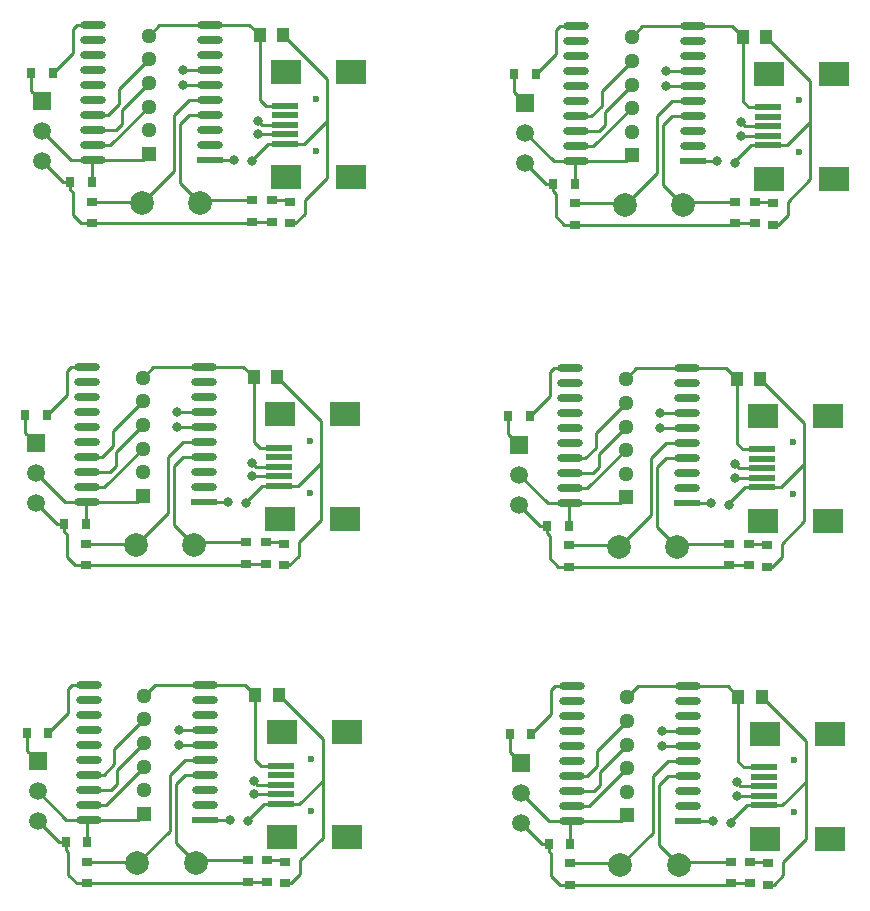
<source format=gtl>
G04 Layer_Physical_Order=1*
G04 Layer_Color=255*
%FSTAX24Y24*%
%MOIN*%
G70*
G01*
G75*
%ADD10R,0.0984X0.0787*%
%ADD11R,0.0906X0.0197*%
%ADD12R,0.0315X0.0374*%
%ADD13R,0.0374X0.0315*%
%ADD14R,0.0394X0.0512*%
%ADD15O,0.0866X0.0236*%
%ADD16R,0.0866X0.0236*%
%ADD17C,0.0100*%
%ADD18C,0.0236*%
%ADD19C,0.0591*%
%ADD20R,0.0591X0.0591*%
%ADD21C,0.0787*%
%ADD22C,0.0512*%
%ADD23R,0.0512X0.0512*%
%ADD24C,0.0320*%
D10*
X031243Y045572D02*
D03*
Y042068D02*
D03*
X033409D02*
D03*
Y045572D02*
D03*
X047343Y045522D02*
D03*
Y042018D02*
D03*
X049509D02*
D03*
Y045522D02*
D03*
X031293Y034972D02*
D03*
Y031468D02*
D03*
X033459D02*
D03*
Y034972D02*
D03*
X047393Y034922D02*
D03*
Y031418D02*
D03*
X049559D02*
D03*
Y034922D02*
D03*
X047543Y056922D02*
D03*
Y053418D02*
D03*
X049709D02*
D03*
Y056922D02*
D03*
X031443Y056972D02*
D03*
Y053468D02*
D03*
X033609D02*
D03*
Y056972D02*
D03*
D11*
X031204Y04445D02*
D03*
Y044135D02*
D03*
Y04382D02*
D03*
Y043505D02*
D03*
Y04319D02*
D03*
X047304Y0444D02*
D03*
Y044085D02*
D03*
Y04377D02*
D03*
Y043455D02*
D03*
Y04314D02*
D03*
X031254Y03385D02*
D03*
Y033535D02*
D03*
Y03322D02*
D03*
Y032905D02*
D03*
Y03259D02*
D03*
X047354Y0338D02*
D03*
Y033485D02*
D03*
Y03317D02*
D03*
Y032855D02*
D03*
Y03254D02*
D03*
X047504Y0558D02*
D03*
Y055485D02*
D03*
Y05517D02*
D03*
Y054855D02*
D03*
Y05454D02*
D03*
X031404Y05585D02*
D03*
Y055535D02*
D03*
Y05522D02*
D03*
Y054905D02*
D03*
Y05459D02*
D03*
D12*
X024754Y0419D02*
D03*
X024046D02*
D03*
X022746Y04555D02*
D03*
X023454D02*
D03*
X040854Y04185D02*
D03*
X040146D02*
D03*
X038846Y0455D02*
D03*
X039554D02*
D03*
X024804Y0313D02*
D03*
X024096D02*
D03*
X022796Y03495D02*
D03*
X023504D02*
D03*
X040904Y03125D02*
D03*
X040196D02*
D03*
X038896Y0349D02*
D03*
X039604D02*
D03*
X039046Y0569D02*
D03*
X039754D02*
D03*
X041054Y05325D02*
D03*
X040346D02*
D03*
X022946Y05695D02*
D03*
X023654D02*
D03*
X024954Y0533D02*
D03*
X024246D02*
D03*
D13*
X0301Y041304D02*
D03*
Y040596D02*
D03*
X03075Y041304D02*
D03*
Y040596D02*
D03*
X03135Y041254D02*
D03*
Y040546D02*
D03*
X02475Y041254D02*
D03*
Y040546D02*
D03*
X0462Y041254D02*
D03*
Y040546D02*
D03*
X04685Y041254D02*
D03*
Y040546D02*
D03*
X04745Y041204D02*
D03*
Y040496D02*
D03*
X04085Y041204D02*
D03*
Y040496D02*
D03*
X03015Y030704D02*
D03*
Y029996D02*
D03*
X0308Y030704D02*
D03*
Y029996D02*
D03*
X0314Y030654D02*
D03*
Y029946D02*
D03*
X0248Y030654D02*
D03*
Y029946D02*
D03*
X04625Y030654D02*
D03*
Y029946D02*
D03*
X0469Y030654D02*
D03*
Y029946D02*
D03*
X0475Y030604D02*
D03*
Y029896D02*
D03*
X0409Y030604D02*
D03*
Y029896D02*
D03*
X04105Y052604D02*
D03*
Y051896D02*
D03*
X04765Y052604D02*
D03*
Y051896D02*
D03*
X04705Y052654D02*
D03*
Y051946D02*
D03*
X0464Y052654D02*
D03*
Y051946D02*
D03*
X02495Y052654D02*
D03*
Y051946D02*
D03*
X03155Y052654D02*
D03*
Y051946D02*
D03*
X03095Y052704D02*
D03*
Y051996D02*
D03*
X0303Y052704D02*
D03*
Y051996D02*
D03*
D14*
X031144Y0468D02*
D03*
X030356D02*
D03*
X047244Y04675D02*
D03*
X046456D02*
D03*
X031194Y0362D02*
D03*
X030406D02*
D03*
X047294Y03615D02*
D03*
X046506D02*
D03*
X047444Y05815D02*
D03*
X046656D02*
D03*
X031344Y0582D02*
D03*
X030556D02*
D03*
D15*
X028695Y04715D02*
D03*
X024805D02*
D03*
Y04665D02*
D03*
X028695D02*
D03*
Y04315D02*
D03*
Y04365D02*
D03*
Y04415D02*
D03*
Y04465D02*
D03*
Y04515D02*
D03*
Y04565D02*
D03*
X024805Y04315D02*
D03*
Y04365D02*
D03*
Y04415D02*
D03*
Y04465D02*
D03*
Y04515D02*
D03*
Y04565D02*
D03*
Y04615D02*
D03*
Y04265D02*
D03*
X028695Y04615D02*
D03*
X044795Y0471D02*
D03*
X040905D02*
D03*
Y0466D02*
D03*
X044795D02*
D03*
Y0431D02*
D03*
Y0436D02*
D03*
Y0441D02*
D03*
Y0446D02*
D03*
Y0451D02*
D03*
Y0456D02*
D03*
X040905Y0431D02*
D03*
Y0436D02*
D03*
Y0441D02*
D03*
Y0446D02*
D03*
Y0451D02*
D03*
Y0456D02*
D03*
Y0461D02*
D03*
Y0426D02*
D03*
X044795Y0461D02*
D03*
X028745Y03655D02*
D03*
X024855D02*
D03*
Y03605D02*
D03*
X028745D02*
D03*
Y03255D02*
D03*
Y03305D02*
D03*
Y03355D02*
D03*
Y03405D02*
D03*
Y03455D02*
D03*
Y03505D02*
D03*
X024855Y03255D02*
D03*
Y03305D02*
D03*
Y03355D02*
D03*
Y03405D02*
D03*
Y03455D02*
D03*
Y03505D02*
D03*
Y03555D02*
D03*
Y03205D02*
D03*
X028745Y03555D02*
D03*
X044845Y0365D02*
D03*
X040955D02*
D03*
Y036D02*
D03*
X044845D02*
D03*
Y0325D02*
D03*
Y033D02*
D03*
Y0335D02*
D03*
Y034D02*
D03*
Y0345D02*
D03*
Y035D02*
D03*
X040955Y0325D02*
D03*
Y033D02*
D03*
Y0335D02*
D03*
Y034D02*
D03*
Y0345D02*
D03*
Y035D02*
D03*
Y0355D02*
D03*
Y032D02*
D03*
X044845Y0355D02*
D03*
X044995Y0585D02*
D03*
X041105D02*
D03*
Y058D02*
D03*
X044995D02*
D03*
Y0545D02*
D03*
Y055D02*
D03*
Y0555D02*
D03*
Y056D02*
D03*
Y0565D02*
D03*
Y057D02*
D03*
X041105Y0545D02*
D03*
Y055D02*
D03*
Y0555D02*
D03*
Y056D02*
D03*
Y0565D02*
D03*
Y057D02*
D03*
Y0575D02*
D03*
Y054D02*
D03*
X044995Y0575D02*
D03*
X028895Y05855D02*
D03*
X025005D02*
D03*
Y05805D02*
D03*
X028895D02*
D03*
Y05455D02*
D03*
Y05505D02*
D03*
Y05555D02*
D03*
Y05605D02*
D03*
Y05655D02*
D03*
Y05705D02*
D03*
X025005Y05455D02*
D03*
Y05505D02*
D03*
Y05555D02*
D03*
Y05605D02*
D03*
Y05655D02*
D03*
Y05705D02*
D03*
Y05755D02*
D03*
Y05405D02*
D03*
X028895Y05755D02*
D03*
D16*
X028695Y04265D02*
D03*
X044795Y0426D02*
D03*
X028745Y03205D02*
D03*
X044845Y032D02*
D03*
X044995Y054D02*
D03*
X028895Y05405D02*
D03*
D17*
X028Y04465D02*
X028695D01*
X028Y04415D02*
X028695D01*
X0277Y04385D02*
X028Y04415D01*
X0277Y041875D02*
Y04385D01*
Y041875D02*
X028375Y0412D01*
X0275Y04415D02*
X028Y04465D01*
X0275Y042275D02*
Y04415D01*
X026425Y0412D02*
X0275Y042275D01*
X0231Y0426D02*
X0238Y0419D01*
X024046D01*
X024754D02*
Y042599D01*
X02405Y04265D02*
X024805D01*
X0231Y0436D02*
X02405Y04265D01*
X024805D02*
X02645D01*
X02665Y04285D01*
X024805Y04315D02*
X025375D01*
X02665Y044425D01*
X02575Y044312D02*
X02665Y045212D01*
X02575Y04385D02*
Y044312D01*
X02555Y04365D02*
X02575Y04385D01*
X024805Y04365D02*
X02555D01*
X024805Y04415D02*
X0253D01*
X02565Y0445D01*
Y045D01*
X02665Y046D01*
X022746Y044954D02*
Y04555D01*
Y044954D02*
X0231Y0446D01*
X02425Y04715D02*
X024805D01*
X02412Y04702D02*
X02425Y04715D01*
X023454Y04555D02*
X02412Y046216D01*
Y04702D01*
X027013Y04715D02*
X028695D01*
X02665Y046787D02*
X027013Y04715D01*
X0301Y040596D02*
X03075D01*
X02475Y041254D02*
X026371D01*
X026425Y0412D01*
X024046Y04165D02*
X02412Y041575D01*
Y04083D02*
X024404Y040546D01*
X02475D01*
X024046Y04165D02*
Y0419D01*
X02412Y04083D02*
Y041575D01*
X02475Y040546D02*
X03005D01*
X0301Y040596D01*
X02848Y041304D02*
X0301D01*
X028375Y0412D02*
X02848Y041304D01*
X03075Y041304D02*
X0313D01*
X03135Y041254D01*
Y040546D02*
X031546D01*
X03185Y04085D01*
Y0413D01*
X0278Y04515D02*
X028695D01*
X0278Y04565D02*
X028695D01*
X03043Y04382D02*
X031204D01*
X0303Y04395D02*
X03043Y04382D01*
X030305Y043505D02*
X031204D01*
X0303Y0435D02*
X030305Y043505D01*
X028695Y04265D02*
X0295D01*
X03064Y04319D02*
X031204D01*
X030006Y04715D02*
X030356Y0468D01*
X028695Y04715D02*
X030006D01*
X03055Y04445D02*
X031204D01*
X030356Y044644D02*
X03055Y04445D01*
X030356Y044644D02*
Y0468D01*
X031826Y04319D02*
X0326Y043965D01*
X031204Y04319D02*
X031826D01*
X031144Y0468D02*
X0326Y045344D01*
Y043965D02*
Y045344D01*
Y04205D02*
Y043965D01*
X03185Y0413D02*
X0326Y04205D01*
X0301Y04265D02*
X03064Y04319D01*
X0301Y0426D02*
Y04265D01*
X0441Y0446D02*
X044795D01*
X0441Y0441D02*
X044795D01*
X0438Y0438D02*
X0441Y0441D01*
X0438Y041825D02*
Y0438D01*
Y041825D02*
X044475Y04115D01*
X0436Y0441D02*
X0441Y0446D01*
X0436Y042225D02*
Y0441D01*
X042525Y04115D02*
X0436Y042225D01*
X0392Y04255D02*
X0399Y04185D01*
X040146D01*
X040854D02*
Y042549D01*
X04015Y0426D02*
X040905D01*
X0392Y04355D02*
X04015Y0426D01*
X040905D02*
X04255D01*
X04275Y0428D01*
X040905Y0431D02*
X041475D01*
X04275Y044375D01*
X04185Y044262D02*
X04275Y045162D01*
X04185Y0438D02*
Y044262D01*
X04165Y0436D02*
X04185Y0438D01*
X040905Y0436D02*
X04165D01*
X040905Y0441D02*
X0414D01*
X04175Y04445D01*
Y04495D01*
X04275Y04595D01*
X038846Y044904D02*
Y0455D01*
Y044904D02*
X0392Y04455D01*
X04035Y0471D02*
X040905D01*
X04022Y04697D02*
X04035Y0471D01*
X039554Y0455D02*
X04022Y046166D01*
Y04697D01*
X043113Y0471D02*
X044795D01*
X04275Y046737D02*
X043113Y0471D01*
X0462Y040546D02*
X04685D01*
X04085Y041204D02*
X042471D01*
X042525Y04115D01*
X040146Y0416D02*
X04022Y041525D01*
Y04078D02*
X040504Y040496D01*
X04085D01*
X040146Y0416D02*
Y04185D01*
X04022Y04078D02*
Y041525D01*
X04085Y040496D02*
X04615D01*
X0462Y040546D01*
X04458Y041254D02*
X0462D01*
X044475Y04115D02*
X04458Y041254D01*
X04685Y041254D02*
X0474D01*
X04745Y041204D01*
Y040496D02*
X047646D01*
X04795Y0408D01*
Y04125D01*
X0439Y0451D02*
X044795D01*
X0439Y0456D02*
X044795D01*
X04653Y04377D02*
X047304D01*
X0464Y0439D02*
X04653Y04377D01*
X046405Y043455D02*
X047304D01*
X0464Y04345D02*
X046405Y043455D01*
X044795Y0426D02*
X0456D01*
X04674Y04314D02*
X047304D01*
X046106Y0471D02*
X046456Y04675D01*
X044795Y0471D02*
X046106D01*
X04665Y0444D02*
X047304D01*
X046456Y044594D02*
X04665Y0444D01*
X046456Y044594D02*
Y04675D01*
X047926Y04314D02*
X0487Y043914D01*
X047304Y04314D02*
X047926D01*
X047244Y04675D02*
X0487Y045294D01*
Y043914D02*
Y045294D01*
Y042D02*
Y043914D01*
X04795Y04125D02*
X0487Y042D01*
X0462Y0426D02*
X04674Y04314D01*
X0462Y04255D02*
Y0426D01*
X02805Y03405D02*
X028745D01*
X02805Y03355D02*
X028745D01*
X02775Y03325D02*
X02805Y03355D01*
X02775Y031275D02*
Y03325D01*
Y031275D02*
X028425Y0306D01*
X02755Y03355D02*
X02805Y03405D01*
X02755Y031675D02*
Y03355D01*
X026475Y0306D02*
X02755Y031675D01*
X02315Y032D02*
X02385Y0313D01*
X024096D01*
X024804D02*
Y031999D01*
X0241Y03205D02*
X024855D01*
X02315Y033D02*
X0241Y03205D01*
X024855D02*
X0265D01*
X0267Y03225D01*
X024855Y03255D02*
X025425D01*
X0267Y033825D01*
X0258Y033712D02*
X0267Y034612D01*
X0258Y03325D02*
Y033712D01*
X0256Y03305D02*
X0258Y03325D01*
X024855Y03305D02*
X0256D01*
X024855Y03355D02*
X02535D01*
X0257Y0339D01*
Y0344D01*
X0267Y0354D01*
X022796Y034354D02*
Y03495D01*
Y034354D02*
X02315Y034D01*
X0243Y03655D02*
X024855D01*
X02417Y03642D02*
X0243Y03655D01*
X023504Y03495D02*
X02417Y035616D01*
Y03642D01*
X027063Y03655D02*
X028745D01*
X0267Y036187D02*
X027063Y03655D01*
X03015Y029996D02*
X0308D01*
X0248Y030654D02*
X026421D01*
X026475Y0306D01*
X024096Y03105D02*
X02417Y030975D01*
Y03023D02*
X024454Y029946D01*
X0248D01*
X024096Y03105D02*
Y0313D01*
X02417Y03023D02*
Y030975D01*
X0248Y029946D02*
X0301D01*
X03015Y029996D01*
X02853Y030704D02*
X03015D01*
X028425Y0306D02*
X02853Y030704D01*
X0308Y030704D02*
X03135D01*
X0314Y030654D01*
Y029946D02*
X031596D01*
X0319Y03025D01*
Y0307D01*
X02785Y03455D02*
X028745D01*
X02785Y03505D02*
X028745D01*
X03048Y03322D02*
X031254D01*
X03035Y03335D02*
X03048Y03322D01*
X030355Y032905D02*
X031254D01*
X03035Y0329D02*
X030355Y032905D01*
X028745Y03205D02*
X02955D01*
X03069Y03259D02*
X031254D01*
X030056Y03655D02*
X030406Y0362D01*
X028745Y03655D02*
X030056D01*
X0306Y03385D02*
X031254D01*
X030406Y034044D02*
X0306Y03385D01*
X030406Y034044D02*
Y0362D01*
X031876Y03259D02*
X03265Y033365D01*
X031254Y03259D02*
X031876D01*
X031194Y0362D02*
X03265Y034744D01*
Y033365D02*
Y034744D01*
Y03145D02*
Y033365D01*
X0319Y0307D02*
X03265Y03145D01*
X03015Y03205D02*
X03069Y03259D01*
X03015Y032D02*
Y03205D01*
X04415Y034D02*
X044845D01*
X04415Y0335D02*
X044845D01*
X04385Y0332D02*
X04415Y0335D01*
X04385Y031225D02*
Y0332D01*
Y031225D02*
X044525Y03055D01*
X04365Y0335D02*
X04415Y034D01*
X04365Y031625D02*
Y0335D01*
X042575Y03055D02*
X04365Y031625D01*
X03925Y03195D02*
X03995Y03125D01*
X040196D01*
X040904D02*
Y031949D01*
X0402Y032D02*
X040955D01*
X03925Y03295D02*
X0402Y032D01*
X040955D02*
X0426D01*
X0428Y0322D01*
X040955Y0325D02*
X041525D01*
X0428Y033775D01*
X0419Y033662D02*
X0428Y034562D01*
X0419Y0332D02*
Y033662D01*
X0417Y033D02*
X0419Y0332D01*
X040955Y033D02*
X0417D01*
X040955Y0335D02*
X04145D01*
X0418Y03385D01*
Y03435D01*
X0428Y03535D01*
X038896Y034304D02*
Y0349D01*
Y034304D02*
X03925Y03395D01*
X0404Y0365D02*
X040955D01*
X04027Y03637D02*
X0404Y0365D01*
X039604Y0349D02*
X04027Y035566D01*
Y03637D01*
X043163Y0365D02*
X044845D01*
X0428Y036137D02*
X043163Y0365D01*
X04625Y029946D02*
X0469D01*
X0409Y030604D02*
X042521D01*
X042575Y03055D01*
X040196Y031D02*
X04027Y030925D01*
Y03018D02*
X040554Y029896D01*
X0409D01*
X040196Y031D02*
Y03125D01*
X04027Y03018D02*
Y030925D01*
X0409Y029896D02*
X0462D01*
X04625Y029946D01*
X04463Y030654D02*
X04625D01*
X044525Y03055D02*
X04463Y030654D01*
X0469Y030654D02*
X04745D01*
X0475Y030604D01*
Y029896D02*
X047696D01*
X048Y0302D01*
Y03065D01*
X04395Y0345D02*
X044845D01*
X04395Y035D02*
X044845D01*
X04658Y03317D02*
X047354D01*
X04645Y0333D02*
X04658Y03317D01*
X046455Y032855D02*
X047354D01*
X04645Y03285D02*
X046455Y032855D01*
X044845Y032D02*
X04565D01*
X04679Y03254D02*
X047354D01*
X046156Y0365D02*
X046506Y03615D01*
X044845Y0365D02*
X046156D01*
X0467Y0338D02*
X047354D01*
X046506Y033994D02*
X0467Y0338D01*
X046506Y033994D02*
Y03615D01*
X047976Y03254D02*
X04875Y033314D01*
X047354Y03254D02*
X047976D01*
X047294Y03615D02*
X04875Y034694D01*
Y033314D02*
Y034694D01*
Y0314D02*
Y033314D01*
X048Y03065D02*
X04875Y0314D01*
X04625Y032D02*
X04679Y03254D01*
X04625Y03195D02*
Y032D01*
X0464Y05395D02*
Y054D01*
X04694Y05454D01*
X04815Y05265D02*
X0489Y0534D01*
Y055314D01*
Y056694D01*
X047444Y05815D02*
X0489Y056694D01*
X047504Y05454D02*
X048126D01*
X0489Y055314D01*
X046656Y055994D02*
Y05815D01*
Y055994D02*
X04685Y0558D01*
X047504D01*
X044995Y0585D02*
X046306D01*
X046656Y05815D01*
X04694Y05454D02*
X047504D01*
X044995Y054D02*
X0458D01*
X0466Y05485D02*
X046605Y054855D01*
X047504D01*
X0466Y0553D02*
X04673Y05517D01*
X047504D01*
X0441Y057D02*
X044995D01*
X0441Y0565D02*
X044995D01*
X04815Y0522D02*
Y05265D01*
X047846Y051896D02*
X04815Y0522D01*
X04765Y051896D02*
X047846D01*
X0476Y052654D02*
X04765Y052604D01*
X04705Y052654D02*
X0476D01*
X044675Y05255D02*
X04478Y052654D01*
X0464D01*
X04635Y051896D02*
X0464Y051946D01*
X04105Y051896D02*
X04635D01*
X04042Y05218D02*
Y052925D01*
X040346Y053D02*
Y05325D01*
X040704Y051896D02*
X04105D01*
X04042Y05218D02*
X040704Y051896D01*
X040346Y053D02*
X04042Y052925D01*
X042671Y052604D02*
X042725Y05255D01*
X04105Y052604D02*
X042671D01*
X0464Y051946D02*
X04705D01*
X04295Y058137D02*
X043313Y0585D01*
X044995D01*
X04042Y057566D02*
Y05837D01*
X039754Y0569D02*
X04042Y057566D01*
Y05837D02*
X04055Y0585D01*
X041105D01*
X039046Y056304D02*
X0394Y05595D01*
X039046Y056304D02*
Y0569D01*
X04195Y05635D02*
X04295Y05735D01*
X04195Y05585D02*
Y05635D01*
X0416Y0555D02*
X04195Y05585D01*
X041105Y0555D02*
X0416D01*
X041105Y055D02*
X04185D01*
X04205Y0552D01*
Y055662D01*
X04295Y056562D01*
X041675Y0545D02*
X04295Y055775D01*
X041105Y0545D02*
X041675D01*
X04275Y054D02*
X04295Y0542D01*
X041105Y054D02*
X04275D01*
X0394Y05495D02*
X04035Y054D01*
X041105D01*
X041054Y05325D02*
Y053949D01*
X0401Y05325D02*
X040346D01*
X0394Y05395D02*
X0401Y05325D01*
X042725Y05255D02*
X0438Y053625D01*
Y0555D01*
X0443Y056D01*
X044Y053225D02*
X044675Y05255D01*
X044Y053225D02*
Y0552D01*
X0443Y0555D01*
X044995D01*
X0443Y056D02*
X044995D01*
X0303Y054D02*
Y05405D01*
X03084Y05459D01*
X03205Y0527D02*
X0328Y05345D01*
Y055364D01*
Y056744D01*
X031344Y0582D02*
X0328Y056744D01*
X031404Y05459D02*
X032026D01*
X0328Y055364D01*
X030556Y056044D02*
Y0582D01*
Y056044D02*
X03075Y05585D01*
X031404D01*
X028895Y05855D02*
X030206D01*
X030556Y0582D01*
X03084Y05459D02*
X031404D01*
X028895Y05405D02*
X0297D01*
X0305Y0549D02*
X030505Y054905D01*
X031404D01*
X0305Y05535D02*
X03063Y05522D01*
X031404D01*
X028Y05705D02*
X028895D01*
X028Y05655D02*
X028895D01*
X03205Y05225D02*
Y0527D01*
X031746Y051946D02*
X03205Y05225D01*
X03155Y051946D02*
X031746D01*
X0315Y052704D02*
X03155Y052654D01*
X03095Y052704D02*
X0315D01*
X028575Y0526D02*
X02868Y052704D01*
X0303D01*
X03025Y051946D02*
X0303Y051996D01*
X02495Y051946D02*
X03025D01*
X02432Y05223D02*
Y052975D01*
X024246Y05305D02*
Y0533D01*
X024604Y051946D02*
X02495D01*
X02432Y05223D02*
X024604Y051946D01*
X024246Y05305D02*
X02432Y052975D01*
X026571Y052654D02*
X026625Y0526D01*
X02495Y052654D02*
X026571D01*
X0303Y051996D02*
X03095D01*
X02685Y058187D02*
X027213Y05855D01*
X028895D01*
X02432Y057616D02*
Y05842D01*
X023654Y05695D02*
X02432Y057616D01*
Y05842D02*
X02445Y05855D01*
X025005D01*
X022946Y056354D02*
X0233Y056D01*
X022946Y056354D02*
Y05695D01*
X02585Y0564D02*
X02685Y0574D01*
X02585Y0559D02*
Y0564D01*
X0255Y05555D02*
X02585Y0559D01*
X025005Y05555D02*
X0255D01*
X025005Y05505D02*
X02575D01*
X02595Y05525D01*
Y055712D01*
X02685Y056612D01*
X025575Y05455D02*
X02685Y055825D01*
X025005Y05455D02*
X025575D01*
X02665Y05405D02*
X02685Y05425D01*
X025005Y05405D02*
X02665D01*
X0233Y055D02*
X02425Y05405D01*
X025005D01*
X024954Y0533D02*
Y053999D01*
X024Y0533D02*
X024246D01*
X0233Y054D02*
X024Y0533D01*
X026625Y0526D02*
X0277Y053675D01*
Y05555D01*
X0282Y05605D01*
X0279Y053275D02*
X028575Y0526D01*
X0279Y053275D02*
Y05525D01*
X0282Y05555D01*
X028895D01*
X0282Y05605D02*
X028895D01*
D18*
X032228Y042954D02*
D03*
Y044686D02*
D03*
X048328Y042904D02*
D03*
Y044636D02*
D03*
X032278Y032354D02*
D03*
Y034086D02*
D03*
X048378Y032304D02*
D03*
Y034036D02*
D03*
X048528Y054304D02*
D03*
Y056036D02*
D03*
X032428Y054354D02*
D03*
Y056086D02*
D03*
D19*
X0231Y0426D02*
D03*
Y0436D02*
D03*
X0392Y04255D02*
D03*
Y04355D02*
D03*
X02315Y032D02*
D03*
Y033D02*
D03*
X03925Y03195D02*
D03*
Y03295D02*
D03*
X0394Y05395D02*
D03*
Y05495D02*
D03*
X0233Y054D02*
D03*
Y055D02*
D03*
D20*
X0231Y0446D02*
D03*
X0392Y04455D02*
D03*
X02315Y034D02*
D03*
X03925Y03395D02*
D03*
X0394Y05595D02*
D03*
X0233Y056D02*
D03*
D21*
X026425Y0412D02*
D03*
X028375D02*
D03*
X042525Y04115D02*
D03*
X044475D02*
D03*
X026475Y0306D02*
D03*
X028425D02*
D03*
X042575Y03055D02*
D03*
X044525D02*
D03*
X042725Y05255D02*
D03*
X044675D02*
D03*
X026625Y0526D02*
D03*
X028575D02*
D03*
D22*
X02665Y046787D02*
D03*
Y046D02*
D03*
Y045212D02*
D03*
Y043637D02*
D03*
Y044425D02*
D03*
X04275Y046737D02*
D03*
Y04595D02*
D03*
Y045162D02*
D03*
Y043587D02*
D03*
Y044375D02*
D03*
X0267Y036187D02*
D03*
Y0354D02*
D03*
Y034612D02*
D03*
Y033037D02*
D03*
Y033825D02*
D03*
X0428Y036137D02*
D03*
Y03535D02*
D03*
Y034562D02*
D03*
Y032987D02*
D03*
Y033775D02*
D03*
X04295Y058137D02*
D03*
Y05735D02*
D03*
Y056562D02*
D03*
Y054987D02*
D03*
Y055775D02*
D03*
X02685Y058187D02*
D03*
Y0574D02*
D03*
Y056612D02*
D03*
Y055037D02*
D03*
Y055825D02*
D03*
D23*
X02665Y04285D02*
D03*
X04275Y0428D02*
D03*
X0267Y03225D02*
D03*
X0428Y0322D02*
D03*
X04295Y0542D02*
D03*
X02685Y05425D02*
D03*
D24*
X0278Y04515D02*
D03*
Y04565D02*
D03*
X0303Y04395D02*
D03*
Y0435D02*
D03*
X0295Y04265D02*
D03*
X0301Y0426D02*
D03*
X0439Y0451D02*
D03*
Y0456D02*
D03*
X0464Y0439D02*
D03*
Y04345D02*
D03*
X0456Y0426D02*
D03*
X0462Y04255D02*
D03*
X02785Y03455D02*
D03*
Y03505D02*
D03*
X03035Y03335D02*
D03*
Y0329D02*
D03*
X02955Y03205D02*
D03*
X03015Y032D02*
D03*
X04395Y0345D02*
D03*
Y035D02*
D03*
X04645Y0333D02*
D03*
Y03285D02*
D03*
X04565Y032D02*
D03*
X04625Y03195D02*
D03*
X0464Y05395D02*
D03*
X0458Y054D02*
D03*
X0466Y05485D02*
D03*
Y0553D02*
D03*
X0441Y057D02*
D03*
Y0565D02*
D03*
X0303Y054D02*
D03*
X0297Y05405D02*
D03*
X0305Y0549D02*
D03*
Y05535D02*
D03*
X028Y05705D02*
D03*
Y05655D02*
D03*
M02*

</source>
